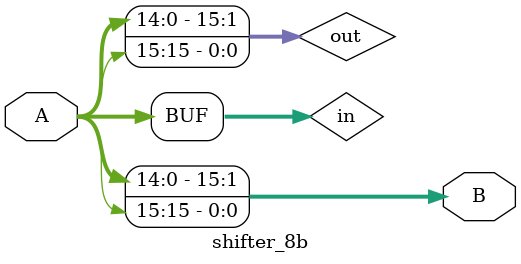
<source format=v>


module shifter_8b(
	A,
	B
);


input wire	[15:0] A;
output wire	[15:0] B;

wire	[15:0] in;
wire	[15:0] out;




assign	out[15:1] = in[14:0];


assign	out[0] = in[15];


assign	B = out;
assign	in = A;

endmodule

</source>
